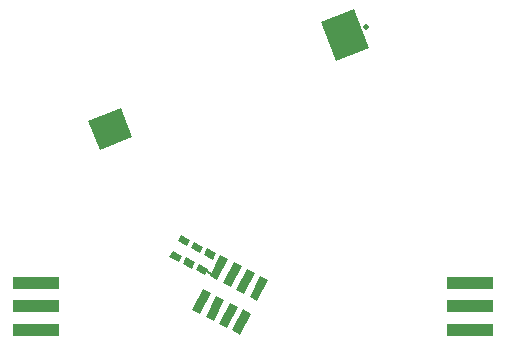
<source format=gbs>
G04 #@! TF.FileFunction,Soldermask,Bot*
%FSLAX46Y46*%
G04 Gerber Fmt 4.6, Leading zero omitted, Abs format (unit mm)*
G04 Created by KiCad (PCBNEW 4.0.0-rc2-stable) date 3/3/2016 3:44:06 PM*
%MOMM*%
G01*
G04 APERTURE LIST*
%ADD10C,0.150000*%
%ADD11R,4.000000X1.000000*%
%ADD12C,0.600000*%
%ADD13C,0.500000*%
G04 APERTURE END LIST*
D10*
D11*
X85757630Y-50192207D03*
X85757630Y-48192207D03*
X85757630Y-46192207D03*
D12*
X84757630Y-50192207D03*
X84757630Y-48192207D03*
X84757630Y-46192207D03*
D11*
X49020840Y-46192207D03*
X49020840Y-48192207D03*
X49020840Y-50192207D03*
D12*
X50020840Y-46192207D03*
X50020840Y-48192207D03*
X50020840Y-50192207D03*
D10*
G36*
X53461950Y-32520598D02*
X56247904Y-31407738D01*
X57212382Y-33822232D01*
X54426428Y-34935092D01*
X53461950Y-32520598D01*
X53461950Y-32520598D01*
G37*
G36*
X73149618Y-24117876D02*
X75935573Y-23005016D01*
X77271004Y-26348162D01*
X74485049Y-27461022D01*
X73149618Y-24117876D01*
X73149618Y-24117876D01*
G37*
D13*
X76974749Y-24528208D03*
D10*
G36*
X62275507Y-48495097D02*
X63190759Y-46716807D01*
X63866509Y-47064603D01*
X62951257Y-48842893D01*
X62275507Y-48495097D01*
X62275507Y-48495097D01*
G37*
G36*
X63404721Y-49076282D02*
X64319973Y-47297992D01*
X64995723Y-47645788D01*
X64080471Y-49424078D01*
X63404721Y-49076282D01*
X63404721Y-49076282D01*
G37*
G36*
X64533934Y-49657467D02*
X65449186Y-47879177D01*
X66124936Y-48226973D01*
X65209684Y-50005263D01*
X64533934Y-49657467D01*
X64533934Y-49657467D01*
G37*
G36*
X65663148Y-50238652D02*
X66578400Y-48460362D01*
X67254150Y-48808158D01*
X66338898Y-50586448D01*
X65663148Y-50238652D01*
X65663148Y-50238652D01*
G37*
G36*
X63739910Y-45649834D02*
X64655162Y-43871544D01*
X65330912Y-44219340D01*
X64415660Y-45997630D01*
X63739910Y-45649834D01*
X63739910Y-45649834D01*
G37*
G36*
X64869124Y-46231019D02*
X65784376Y-44452729D01*
X66460126Y-44800525D01*
X65544874Y-46578815D01*
X64869124Y-46231019D01*
X64869124Y-46231019D01*
G37*
G36*
X65998337Y-46812204D02*
X66913589Y-45033914D01*
X67589339Y-45381710D01*
X66674087Y-47160000D01*
X65998337Y-46812204D01*
X65998337Y-46812204D01*
G37*
G36*
X67136442Y-47397965D02*
X68051694Y-45619676D01*
X68709662Y-45958319D01*
X67794410Y-47736608D01*
X67136442Y-47397965D01*
X67136442Y-47397965D01*
G37*
G36*
X63255818Y-43826135D02*
X63530394Y-43292648D01*
X64330624Y-43704511D01*
X64056048Y-44237998D01*
X63255818Y-43826135D01*
X63255818Y-43826135D01*
G37*
G36*
X62569379Y-45159852D02*
X62843955Y-44626365D01*
X63644185Y-45038228D01*
X63369609Y-45571715D01*
X62569379Y-45159852D01*
X62569379Y-45159852D01*
G37*
G36*
X61457948Y-44587819D02*
X61732524Y-44054332D01*
X62532754Y-44466195D01*
X62258178Y-44999682D01*
X61457948Y-44587819D01*
X61457948Y-44587819D01*
G37*
G36*
X62144387Y-43254102D02*
X62418963Y-42720615D01*
X63219193Y-43132478D01*
X62944617Y-43665965D01*
X62144387Y-43254102D01*
X62144387Y-43254102D01*
G37*
G36*
X61032956Y-42682070D02*
X61307532Y-42148583D01*
X62107762Y-42560446D01*
X61833186Y-43093933D01*
X61032956Y-42682070D01*
X61032956Y-42682070D01*
G37*
G36*
X60346517Y-44015787D02*
X60621093Y-43482300D01*
X61421323Y-43894163D01*
X61146747Y-44427650D01*
X60346517Y-44015787D01*
X60346517Y-44015787D01*
G37*
G36*
X63261729Y-45235022D02*
X63353254Y-45057193D01*
X64153485Y-45469056D01*
X64061960Y-45646885D01*
X63261729Y-45235022D01*
X63261729Y-45235022D01*
G37*
M02*

</source>
